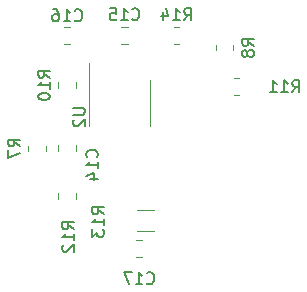
<source format=gbr>
%TF.GenerationSoftware,KiCad,Pcbnew,(5.1.9)-1*%
%TF.CreationDate,2021-10-04T18:28:46-04:00*%
%TF.ProjectId,In9 Music Visualizer RevC,496e3920-4d75-4736-9963-205669737561,rev?*%
%TF.SameCoordinates,Original*%
%TF.FileFunction,Legend,Bot*%
%TF.FilePolarity,Positive*%
%FSLAX46Y46*%
G04 Gerber Fmt 4.6, Leading zero omitted, Abs format (unit mm)*
G04 Created by KiCad (PCBNEW (5.1.9)-1) date 2021-10-04 18:28:46*
%MOMM*%
%LPD*%
G01*
G04 APERTURE LIST*
%ADD10C,0.120000*%
%ADD11C,0.150000*%
G04 APERTURE END LIST*
D10*
%TO.C,R10*%
X61060000Y-66632064D02*
X61060000Y-66177936D01*
X59590000Y-66632064D02*
X59590000Y-66177936D01*
%TO.C,U2*%
X67330000Y-67945000D02*
X67330000Y-69895000D01*
X67330000Y-67945000D02*
X67330000Y-65995000D01*
X62210000Y-67945000D02*
X62210000Y-69895000D01*
X62210000Y-67945000D02*
X62210000Y-64495000D01*
%TO.C,R14*%
X69352936Y-62965000D02*
X69807064Y-62965000D01*
X69352936Y-61495000D02*
X69807064Y-61495000D01*
%TO.C,R13*%
X66201936Y-78761000D02*
X67656064Y-78761000D01*
X66201936Y-76941000D02*
X67656064Y-76941000D01*
%TO.C,R12*%
X61060000Y-76030064D02*
X61060000Y-75575936D01*
X59590000Y-76030064D02*
X59590000Y-75575936D01*
%TO.C,R11*%
X74432936Y-67283000D02*
X74887064Y-67283000D01*
X74432936Y-65813000D02*
X74887064Y-65813000D01*
%TO.C,R8*%
X72925000Y-63002936D02*
X72925000Y-63457064D01*
X74395000Y-63002936D02*
X74395000Y-63457064D01*
%TO.C,R7*%
X58520000Y-71982064D02*
X58520000Y-71527936D01*
X57050000Y-71982064D02*
X57050000Y-71527936D01*
%TO.C,C17*%
X66159748Y-80999000D02*
X66682252Y-80999000D01*
X66159748Y-79529000D02*
X66682252Y-79529000D01*
%TO.C,C16*%
X60586252Y-61495000D02*
X60063748Y-61495000D01*
X60586252Y-62965000D02*
X60063748Y-62965000D01*
%TO.C,C15*%
X64911248Y-62965000D02*
X65433752Y-62965000D01*
X64911248Y-61495000D02*
X65433752Y-61495000D01*
%TO.C,C14*%
X59590000Y-71493748D02*
X59590000Y-72016252D01*
X61060000Y-71493748D02*
X61060000Y-72016252D01*
%TO.C,R10*%
D11*
X58872380Y-65762142D02*
X58396190Y-65428809D01*
X58872380Y-65190714D02*
X57872380Y-65190714D01*
X57872380Y-65571666D01*
X57920000Y-65666904D01*
X57967619Y-65714523D01*
X58062857Y-65762142D01*
X58205714Y-65762142D01*
X58300952Y-65714523D01*
X58348571Y-65666904D01*
X58396190Y-65571666D01*
X58396190Y-65190714D01*
X58872380Y-66714523D02*
X58872380Y-66143095D01*
X58872380Y-66428809D02*
X57872380Y-66428809D01*
X58015238Y-66333571D01*
X58110476Y-66238333D01*
X58158095Y-66143095D01*
X57872380Y-67333571D02*
X57872380Y-67428809D01*
X57920000Y-67524047D01*
X57967619Y-67571666D01*
X58062857Y-67619285D01*
X58253333Y-67666904D01*
X58491428Y-67666904D01*
X58681904Y-67619285D01*
X58777142Y-67571666D01*
X58824761Y-67524047D01*
X58872380Y-67428809D01*
X58872380Y-67333571D01*
X58824761Y-67238333D01*
X58777142Y-67190714D01*
X58681904Y-67143095D01*
X58491428Y-67095476D01*
X58253333Y-67095476D01*
X58062857Y-67143095D01*
X57967619Y-67190714D01*
X57920000Y-67238333D01*
X57872380Y-67333571D01*
%TO.C,U2*%
X60822380Y-68326095D02*
X61631904Y-68326095D01*
X61727142Y-68373714D01*
X61774761Y-68421333D01*
X61822380Y-68516571D01*
X61822380Y-68707047D01*
X61774761Y-68802285D01*
X61727142Y-68849904D01*
X61631904Y-68897523D01*
X60822380Y-68897523D01*
X60917619Y-69326095D02*
X60870000Y-69373714D01*
X60822380Y-69468952D01*
X60822380Y-69707047D01*
X60870000Y-69802285D01*
X60917619Y-69849904D01*
X61012857Y-69897523D01*
X61108095Y-69897523D01*
X61250952Y-69849904D01*
X61822380Y-69278476D01*
X61822380Y-69897523D01*
%TO.C,R14*%
X70222857Y-60904380D02*
X70556190Y-60428190D01*
X70794285Y-60904380D02*
X70794285Y-59904380D01*
X70413333Y-59904380D01*
X70318095Y-59952000D01*
X70270476Y-59999619D01*
X70222857Y-60094857D01*
X70222857Y-60237714D01*
X70270476Y-60332952D01*
X70318095Y-60380571D01*
X70413333Y-60428190D01*
X70794285Y-60428190D01*
X69270476Y-60904380D02*
X69841904Y-60904380D01*
X69556190Y-60904380D02*
X69556190Y-59904380D01*
X69651428Y-60047238D01*
X69746666Y-60142476D01*
X69841904Y-60190095D01*
X68413333Y-60237714D02*
X68413333Y-60904380D01*
X68651428Y-59856761D02*
X68889523Y-60571047D01*
X68270476Y-60571047D01*
%TO.C,R13*%
X63444380Y-77335142D02*
X62968190Y-77001809D01*
X63444380Y-76763714D02*
X62444380Y-76763714D01*
X62444380Y-77144666D01*
X62492000Y-77239904D01*
X62539619Y-77287523D01*
X62634857Y-77335142D01*
X62777714Y-77335142D01*
X62872952Y-77287523D01*
X62920571Y-77239904D01*
X62968190Y-77144666D01*
X62968190Y-76763714D01*
X63444380Y-78287523D02*
X63444380Y-77716095D01*
X63444380Y-78001809D02*
X62444380Y-78001809D01*
X62587238Y-77906571D01*
X62682476Y-77811333D01*
X62730095Y-77716095D01*
X62444380Y-78620857D02*
X62444380Y-79239904D01*
X62825333Y-78906571D01*
X62825333Y-79049428D01*
X62872952Y-79144666D01*
X62920571Y-79192285D01*
X63015809Y-79239904D01*
X63253904Y-79239904D01*
X63349142Y-79192285D01*
X63396761Y-79144666D01*
X63444380Y-79049428D01*
X63444380Y-78763714D01*
X63396761Y-78668476D01*
X63349142Y-78620857D01*
%TO.C,R12*%
X60904380Y-78605142D02*
X60428190Y-78271809D01*
X60904380Y-78033714D02*
X59904380Y-78033714D01*
X59904380Y-78414666D01*
X59952000Y-78509904D01*
X59999619Y-78557523D01*
X60094857Y-78605142D01*
X60237714Y-78605142D01*
X60332952Y-78557523D01*
X60380571Y-78509904D01*
X60428190Y-78414666D01*
X60428190Y-78033714D01*
X60904380Y-79557523D02*
X60904380Y-78986095D01*
X60904380Y-79271809D02*
X59904380Y-79271809D01*
X60047238Y-79176571D01*
X60142476Y-79081333D01*
X60190095Y-78986095D01*
X59999619Y-79938476D02*
X59952000Y-79986095D01*
X59904380Y-80081333D01*
X59904380Y-80319428D01*
X59952000Y-80414666D01*
X59999619Y-80462285D01*
X60094857Y-80509904D01*
X60190095Y-80509904D01*
X60332952Y-80462285D01*
X60904380Y-79890857D01*
X60904380Y-80509904D01*
%TO.C,R11*%
X79382857Y-67000380D02*
X79716190Y-66524190D01*
X79954285Y-67000380D02*
X79954285Y-66000380D01*
X79573333Y-66000380D01*
X79478095Y-66048000D01*
X79430476Y-66095619D01*
X79382857Y-66190857D01*
X79382857Y-66333714D01*
X79430476Y-66428952D01*
X79478095Y-66476571D01*
X79573333Y-66524190D01*
X79954285Y-66524190D01*
X78430476Y-67000380D02*
X79001904Y-67000380D01*
X78716190Y-67000380D02*
X78716190Y-66000380D01*
X78811428Y-66143238D01*
X78906666Y-66238476D01*
X79001904Y-66286095D01*
X77478095Y-67000380D02*
X78049523Y-67000380D01*
X77763809Y-67000380D02*
X77763809Y-66000380D01*
X77859047Y-66143238D01*
X77954285Y-66238476D01*
X78049523Y-66286095D01*
%TO.C,R8*%
X76144380Y-63063333D02*
X75668190Y-62730000D01*
X76144380Y-62491904D02*
X75144380Y-62491904D01*
X75144380Y-62872857D01*
X75192000Y-62968095D01*
X75239619Y-63015714D01*
X75334857Y-63063333D01*
X75477714Y-63063333D01*
X75572952Y-63015714D01*
X75620571Y-62968095D01*
X75668190Y-62872857D01*
X75668190Y-62491904D01*
X75572952Y-63634761D02*
X75525333Y-63539523D01*
X75477714Y-63491904D01*
X75382476Y-63444285D01*
X75334857Y-63444285D01*
X75239619Y-63491904D01*
X75192000Y-63539523D01*
X75144380Y-63634761D01*
X75144380Y-63825238D01*
X75192000Y-63920476D01*
X75239619Y-63968095D01*
X75334857Y-64015714D01*
X75382476Y-64015714D01*
X75477714Y-63968095D01*
X75525333Y-63920476D01*
X75572952Y-63825238D01*
X75572952Y-63634761D01*
X75620571Y-63539523D01*
X75668190Y-63491904D01*
X75763428Y-63444285D01*
X75953904Y-63444285D01*
X76049142Y-63491904D01*
X76096761Y-63539523D01*
X76144380Y-63634761D01*
X76144380Y-63825238D01*
X76096761Y-63920476D01*
X76049142Y-63968095D01*
X75953904Y-64015714D01*
X75763428Y-64015714D01*
X75668190Y-63968095D01*
X75620571Y-63920476D01*
X75572952Y-63825238D01*
%TO.C,R7*%
X56332380Y-71588333D02*
X55856190Y-71255000D01*
X56332380Y-71016904D02*
X55332380Y-71016904D01*
X55332380Y-71397857D01*
X55380000Y-71493095D01*
X55427619Y-71540714D01*
X55522857Y-71588333D01*
X55665714Y-71588333D01*
X55760952Y-71540714D01*
X55808571Y-71493095D01*
X55856190Y-71397857D01*
X55856190Y-71016904D01*
X55332380Y-71921666D02*
X55332380Y-72588333D01*
X56332380Y-72159761D01*
%TO.C,C17*%
X67063857Y-83161142D02*
X67111476Y-83208761D01*
X67254333Y-83256380D01*
X67349571Y-83256380D01*
X67492428Y-83208761D01*
X67587666Y-83113523D01*
X67635285Y-83018285D01*
X67682904Y-82827809D01*
X67682904Y-82684952D01*
X67635285Y-82494476D01*
X67587666Y-82399238D01*
X67492428Y-82304000D01*
X67349571Y-82256380D01*
X67254333Y-82256380D01*
X67111476Y-82304000D01*
X67063857Y-82351619D01*
X66111476Y-83256380D02*
X66682904Y-83256380D01*
X66397190Y-83256380D02*
X66397190Y-82256380D01*
X66492428Y-82399238D01*
X66587666Y-82494476D01*
X66682904Y-82542095D01*
X65778142Y-82256380D02*
X65111476Y-82256380D01*
X65540047Y-83256380D01*
%TO.C,C16*%
X60967857Y-60907142D02*
X61015476Y-60954761D01*
X61158333Y-61002380D01*
X61253571Y-61002380D01*
X61396428Y-60954761D01*
X61491666Y-60859523D01*
X61539285Y-60764285D01*
X61586904Y-60573809D01*
X61586904Y-60430952D01*
X61539285Y-60240476D01*
X61491666Y-60145238D01*
X61396428Y-60050000D01*
X61253571Y-60002380D01*
X61158333Y-60002380D01*
X61015476Y-60050000D01*
X60967857Y-60097619D01*
X60015476Y-61002380D02*
X60586904Y-61002380D01*
X60301190Y-61002380D02*
X60301190Y-60002380D01*
X60396428Y-60145238D01*
X60491666Y-60240476D01*
X60586904Y-60288095D01*
X59158333Y-60002380D02*
X59348809Y-60002380D01*
X59444047Y-60050000D01*
X59491666Y-60097619D01*
X59586904Y-60240476D01*
X59634523Y-60430952D01*
X59634523Y-60811904D01*
X59586904Y-60907142D01*
X59539285Y-60954761D01*
X59444047Y-61002380D01*
X59253571Y-61002380D01*
X59158333Y-60954761D01*
X59110714Y-60907142D01*
X59063095Y-60811904D01*
X59063095Y-60573809D01*
X59110714Y-60478571D01*
X59158333Y-60430952D01*
X59253571Y-60383333D01*
X59444047Y-60383333D01*
X59539285Y-60430952D01*
X59586904Y-60478571D01*
X59634523Y-60573809D01*
%TO.C,C15*%
X65815357Y-60809142D02*
X65862976Y-60856761D01*
X66005833Y-60904380D01*
X66101071Y-60904380D01*
X66243928Y-60856761D01*
X66339166Y-60761523D01*
X66386785Y-60666285D01*
X66434404Y-60475809D01*
X66434404Y-60332952D01*
X66386785Y-60142476D01*
X66339166Y-60047238D01*
X66243928Y-59952000D01*
X66101071Y-59904380D01*
X66005833Y-59904380D01*
X65862976Y-59952000D01*
X65815357Y-59999619D01*
X64862976Y-60904380D02*
X65434404Y-60904380D01*
X65148690Y-60904380D02*
X65148690Y-59904380D01*
X65243928Y-60047238D01*
X65339166Y-60142476D01*
X65434404Y-60190095D01*
X63958214Y-59904380D02*
X64434404Y-59904380D01*
X64482023Y-60380571D01*
X64434404Y-60332952D01*
X64339166Y-60285333D01*
X64101071Y-60285333D01*
X64005833Y-60332952D01*
X63958214Y-60380571D01*
X63910595Y-60475809D01*
X63910595Y-60713904D01*
X63958214Y-60809142D01*
X64005833Y-60856761D01*
X64101071Y-60904380D01*
X64339166Y-60904380D01*
X64434404Y-60856761D01*
X64482023Y-60809142D01*
%TO.C,C14*%
X62841142Y-72509142D02*
X62888761Y-72461523D01*
X62936380Y-72318666D01*
X62936380Y-72223428D01*
X62888761Y-72080571D01*
X62793523Y-71985333D01*
X62698285Y-71937714D01*
X62507809Y-71890095D01*
X62364952Y-71890095D01*
X62174476Y-71937714D01*
X62079238Y-71985333D01*
X61984000Y-72080571D01*
X61936380Y-72223428D01*
X61936380Y-72318666D01*
X61984000Y-72461523D01*
X62031619Y-72509142D01*
X62936380Y-73461523D02*
X62936380Y-72890095D01*
X62936380Y-73175809D02*
X61936380Y-73175809D01*
X62079238Y-73080571D01*
X62174476Y-72985333D01*
X62222095Y-72890095D01*
X62269714Y-74318666D02*
X62936380Y-74318666D01*
X61888761Y-74080571D02*
X62603047Y-73842476D01*
X62603047Y-74461523D01*
%TD*%
M02*

</source>
